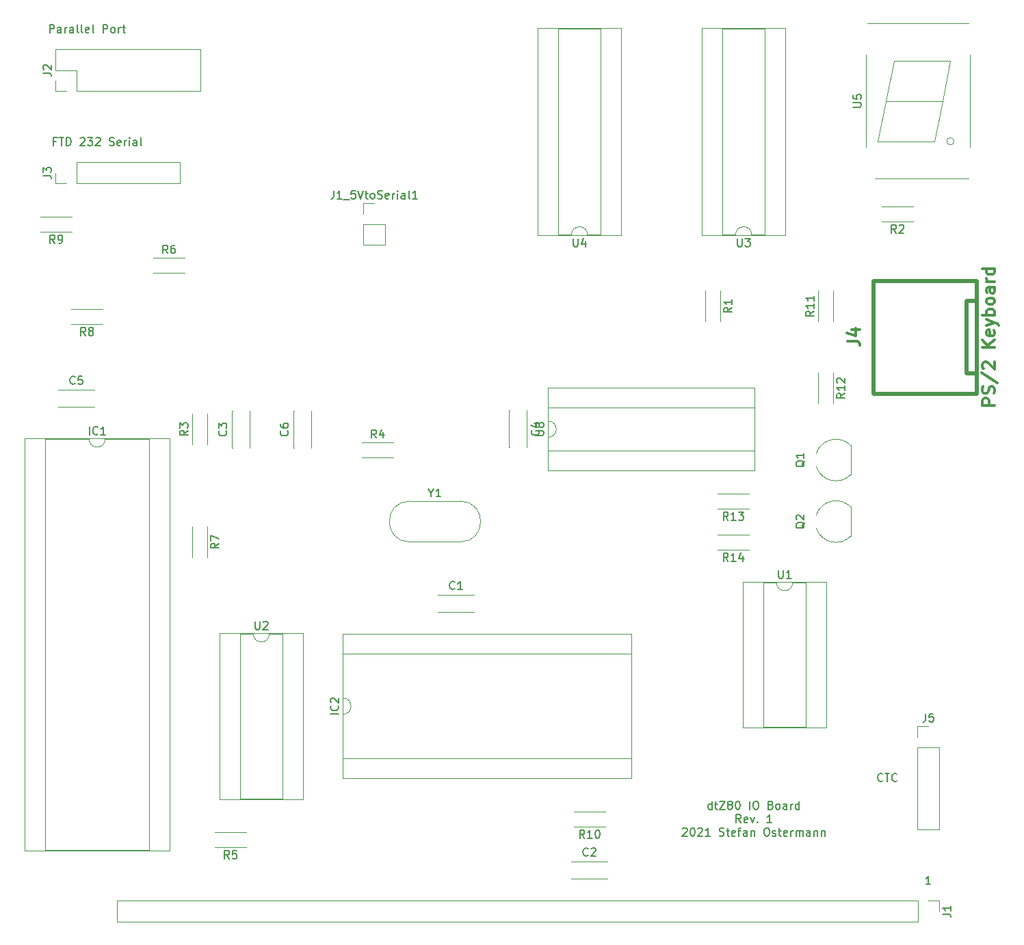
<source format=gbr>
%TF.GenerationSoftware,KiCad,Pcbnew,5.1.9-73d0e3b20d~88~ubuntu20.04.1*%
%TF.CreationDate,2021-02-07T22:21:29+01:00*%
%TF.ProjectId,simple-output,73696d70-6c65-42d6-9f75-747075742e6b,rev?*%
%TF.SameCoordinates,Original*%
%TF.FileFunction,Legend,Top*%
%TF.FilePolarity,Positive*%
%FSLAX46Y46*%
G04 Gerber Fmt 4.6, Leading zero omitted, Abs format (unit mm)*
G04 Created by KiCad (PCBNEW 5.1.9-73d0e3b20d~88~ubuntu20.04.1) date 2021-02-07 22:21:29*
%MOMM*%
%LPD*%
G01*
G04 APERTURE LIST*
%ADD10C,0.150000*%
%ADD11C,0.120000*%
%ADD12C,0.500380*%
%ADD13C,0.304800*%
G04 APERTURE END LIST*
D10*
X135779523Y-180412380D02*
X135779523Y-179412380D01*
X135779523Y-180364761D02*
X135684285Y-180412380D01*
X135493809Y-180412380D01*
X135398571Y-180364761D01*
X135350952Y-180317142D01*
X135303333Y-180221904D01*
X135303333Y-179936190D01*
X135350952Y-179840952D01*
X135398571Y-179793333D01*
X135493809Y-179745714D01*
X135684285Y-179745714D01*
X135779523Y-179793333D01*
X136112857Y-179745714D02*
X136493809Y-179745714D01*
X136255714Y-179412380D02*
X136255714Y-180269523D01*
X136303333Y-180364761D01*
X136398571Y-180412380D01*
X136493809Y-180412380D01*
X136731904Y-179412380D02*
X137398571Y-179412380D01*
X136731904Y-180412380D01*
X137398571Y-180412380D01*
X137922380Y-179840952D02*
X137827142Y-179793333D01*
X137779523Y-179745714D01*
X137731904Y-179650476D01*
X137731904Y-179602857D01*
X137779523Y-179507619D01*
X137827142Y-179460000D01*
X137922380Y-179412380D01*
X138112857Y-179412380D01*
X138208095Y-179460000D01*
X138255714Y-179507619D01*
X138303333Y-179602857D01*
X138303333Y-179650476D01*
X138255714Y-179745714D01*
X138208095Y-179793333D01*
X138112857Y-179840952D01*
X137922380Y-179840952D01*
X137827142Y-179888571D01*
X137779523Y-179936190D01*
X137731904Y-180031428D01*
X137731904Y-180221904D01*
X137779523Y-180317142D01*
X137827142Y-180364761D01*
X137922380Y-180412380D01*
X138112857Y-180412380D01*
X138208095Y-180364761D01*
X138255714Y-180317142D01*
X138303333Y-180221904D01*
X138303333Y-180031428D01*
X138255714Y-179936190D01*
X138208095Y-179888571D01*
X138112857Y-179840952D01*
X138922380Y-179412380D02*
X139017619Y-179412380D01*
X139112857Y-179460000D01*
X139160476Y-179507619D01*
X139208095Y-179602857D01*
X139255714Y-179793333D01*
X139255714Y-180031428D01*
X139208095Y-180221904D01*
X139160476Y-180317142D01*
X139112857Y-180364761D01*
X139017619Y-180412380D01*
X138922380Y-180412380D01*
X138827142Y-180364761D01*
X138779523Y-180317142D01*
X138731904Y-180221904D01*
X138684285Y-180031428D01*
X138684285Y-179793333D01*
X138731904Y-179602857D01*
X138779523Y-179507619D01*
X138827142Y-179460000D01*
X138922380Y-179412380D01*
X140446190Y-180412380D02*
X140446190Y-179412380D01*
X141112857Y-179412380D02*
X141303333Y-179412380D01*
X141398571Y-179460000D01*
X141493809Y-179555238D01*
X141541428Y-179745714D01*
X141541428Y-180079047D01*
X141493809Y-180269523D01*
X141398571Y-180364761D01*
X141303333Y-180412380D01*
X141112857Y-180412380D01*
X141017619Y-180364761D01*
X140922380Y-180269523D01*
X140874761Y-180079047D01*
X140874761Y-179745714D01*
X140922380Y-179555238D01*
X141017619Y-179460000D01*
X141112857Y-179412380D01*
X143065238Y-179888571D02*
X143208095Y-179936190D01*
X143255714Y-179983809D01*
X143303333Y-180079047D01*
X143303333Y-180221904D01*
X143255714Y-180317142D01*
X143208095Y-180364761D01*
X143112857Y-180412380D01*
X142731904Y-180412380D01*
X142731904Y-179412380D01*
X143065238Y-179412380D01*
X143160476Y-179460000D01*
X143208095Y-179507619D01*
X143255714Y-179602857D01*
X143255714Y-179698095D01*
X143208095Y-179793333D01*
X143160476Y-179840952D01*
X143065238Y-179888571D01*
X142731904Y-179888571D01*
X143874761Y-180412380D02*
X143779523Y-180364761D01*
X143731904Y-180317142D01*
X143684285Y-180221904D01*
X143684285Y-179936190D01*
X143731904Y-179840952D01*
X143779523Y-179793333D01*
X143874761Y-179745714D01*
X144017619Y-179745714D01*
X144112857Y-179793333D01*
X144160476Y-179840952D01*
X144208095Y-179936190D01*
X144208095Y-180221904D01*
X144160476Y-180317142D01*
X144112857Y-180364761D01*
X144017619Y-180412380D01*
X143874761Y-180412380D01*
X145065238Y-180412380D02*
X145065238Y-179888571D01*
X145017619Y-179793333D01*
X144922380Y-179745714D01*
X144731904Y-179745714D01*
X144636666Y-179793333D01*
X145065238Y-180364761D02*
X144970000Y-180412380D01*
X144731904Y-180412380D01*
X144636666Y-180364761D01*
X144589047Y-180269523D01*
X144589047Y-180174285D01*
X144636666Y-180079047D01*
X144731904Y-180031428D01*
X144970000Y-180031428D01*
X145065238Y-179983809D01*
X145541428Y-180412380D02*
X145541428Y-179745714D01*
X145541428Y-179936190D02*
X145589047Y-179840952D01*
X145636666Y-179793333D01*
X145731904Y-179745714D01*
X145827142Y-179745714D01*
X146589047Y-180412380D02*
X146589047Y-179412380D01*
X146589047Y-180364761D02*
X146493809Y-180412380D01*
X146303333Y-180412380D01*
X146208095Y-180364761D01*
X146160476Y-180317142D01*
X146112857Y-180221904D01*
X146112857Y-179936190D01*
X146160476Y-179840952D01*
X146208095Y-179793333D01*
X146303333Y-179745714D01*
X146493809Y-179745714D01*
X146589047Y-179793333D01*
X139374761Y-182062380D02*
X139041428Y-181586190D01*
X138803333Y-182062380D02*
X138803333Y-181062380D01*
X139184285Y-181062380D01*
X139279523Y-181110000D01*
X139327142Y-181157619D01*
X139374761Y-181252857D01*
X139374761Y-181395714D01*
X139327142Y-181490952D01*
X139279523Y-181538571D01*
X139184285Y-181586190D01*
X138803333Y-181586190D01*
X140184285Y-182014761D02*
X140089047Y-182062380D01*
X139898571Y-182062380D01*
X139803333Y-182014761D01*
X139755714Y-181919523D01*
X139755714Y-181538571D01*
X139803333Y-181443333D01*
X139898571Y-181395714D01*
X140089047Y-181395714D01*
X140184285Y-181443333D01*
X140231904Y-181538571D01*
X140231904Y-181633809D01*
X139755714Y-181729047D01*
X140565238Y-181395714D02*
X140803333Y-182062380D01*
X141041428Y-181395714D01*
X141422380Y-181967142D02*
X141470000Y-182014761D01*
X141422380Y-182062380D01*
X141374761Y-182014761D01*
X141422380Y-181967142D01*
X141422380Y-182062380D01*
X143184285Y-182062380D02*
X142612857Y-182062380D01*
X142898571Y-182062380D02*
X142898571Y-181062380D01*
X142803333Y-181205238D01*
X142708095Y-181300476D01*
X142612857Y-181348095D01*
X132136666Y-182807619D02*
X132184285Y-182760000D01*
X132279523Y-182712380D01*
X132517619Y-182712380D01*
X132612857Y-182760000D01*
X132660476Y-182807619D01*
X132708095Y-182902857D01*
X132708095Y-182998095D01*
X132660476Y-183140952D01*
X132089047Y-183712380D01*
X132708095Y-183712380D01*
X133327142Y-182712380D02*
X133422380Y-182712380D01*
X133517619Y-182760000D01*
X133565238Y-182807619D01*
X133612857Y-182902857D01*
X133660476Y-183093333D01*
X133660476Y-183331428D01*
X133612857Y-183521904D01*
X133565238Y-183617142D01*
X133517619Y-183664761D01*
X133422380Y-183712380D01*
X133327142Y-183712380D01*
X133231904Y-183664761D01*
X133184285Y-183617142D01*
X133136666Y-183521904D01*
X133089047Y-183331428D01*
X133089047Y-183093333D01*
X133136666Y-182902857D01*
X133184285Y-182807619D01*
X133231904Y-182760000D01*
X133327142Y-182712380D01*
X134041428Y-182807619D02*
X134089047Y-182760000D01*
X134184285Y-182712380D01*
X134422380Y-182712380D01*
X134517619Y-182760000D01*
X134565238Y-182807619D01*
X134612857Y-182902857D01*
X134612857Y-182998095D01*
X134565238Y-183140952D01*
X133993809Y-183712380D01*
X134612857Y-183712380D01*
X135565238Y-183712380D02*
X134993809Y-183712380D01*
X135279523Y-183712380D02*
X135279523Y-182712380D01*
X135184285Y-182855238D01*
X135089047Y-182950476D01*
X134993809Y-182998095D01*
X136708095Y-183664761D02*
X136850952Y-183712380D01*
X137089047Y-183712380D01*
X137184285Y-183664761D01*
X137231904Y-183617142D01*
X137279523Y-183521904D01*
X137279523Y-183426666D01*
X137231904Y-183331428D01*
X137184285Y-183283809D01*
X137089047Y-183236190D01*
X136898571Y-183188571D01*
X136803333Y-183140952D01*
X136755714Y-183093333D01*
X136708095Y-182998095D01*
X136708095Y-182902857D01*
X136755714Y-182807619D01*
X136803333Y-182760000D01*
X136898571Y-182712380D01*
X137136666Y-182712380D01*
X137279523Y-182760000D01*
X137565238Y-183045714D02*
X137946190Y-183045714D01*
X137708095Y-182712380D02*
X137708095Y-183569523D01*
X137755714Y-183664761D01*
X137850952Y-183712380D01*
X137946190Y-183712380D01*
X138660476Y-183664761D02*
X138565238Y-183712380D01*
X138374761Y-183712380D01*
X138279523Y-183664761D01*
X138231904Y-183569523D01*
X138231904Y-183188571D01*
X138279523Y-183093333D01*
X138374761Y-183045714D01*
X138565238Y-183045714D01*
X138660476Y-183093333D01*
X138708095Y-183188571D01*
X138708095Y-183283809D01*
X138231904Y-183379047D01*
X138993809Y-183045714D02*
X139374761Y-183045714D01*
X139136666Y-183712380D02*
X139136666Y-182855238D01*
X139184285Y-182760000D01*
X139279523Y-182712380D01*
X139374761Y-182712380D01*
X140136666Y-183712380D02*
X140136666Y-183188571D01*
X140089047Y-183093333D01*
X139993809Y-183045714D01*
X139803333Y-183045714D01*
X139708095Y-183093333D01*
X140136666Y-183664761D02*
X140041428Y-183712380D01*
X139803333Y-183712380D01*
X139708095Y-183664761D01*
X139660476Y-183569523D01*
X139660476Y-183474285D01*
X139708095Y-183379047D01*
X139803333Y-183331428D01*
X140041428Y-183331428D01*
X140136666Y-183283809D01*
X140612857Y-183045714D02*
X140612857Y-183712380D01*
X140612857Y-183140952D02*
X140660476Y-183093333D01*
X140755714Y-183045714D01*
X140898571Y-183045714D01*
X140993809Y-183093333D01*
X141041428Y-183188571D01*
X141041428Y-183712380D01*
X142470000Y-182712380D02*
X142660476Y-182712380D01*
X142755714Y-182760000D01*
X142850952Y-182855238D01*
X142898571Y-183045714D01*
X142898571Y-183379047D01*
X142850952Y-183569523D01*
X142755714Y-183664761D01*
X142660476Y-183712380D01*
X142470000Y-183712380D01*
X142374761Y-183664761D01*
X142279523Y-183569523D01*
X142231904Y-183379047D01*
X142231904Y-183045714D01*
X142279523Y-182855238D01*
X142374761Y-182760000D01*
X142470000Y-182712380D01*
X143279523Y-183664761D02*
X143374761Y-183712380D01*
X143565238Y-183712380D01*
X143660476Y-183664761D01*
X143708095Y-183569523D01*
X143708095Y-183521904D01*
X143660476Y-183426666D01*
X143565238Y-183379047D01*
X143422380Y-183379047D01*
X143327142Y-183331428D01*
X143279523Y-183236190D01*
X143279523Y-183188571D01*
X143327142Y-183093333D01*
X143422380Y-183045714D01*
X143565238Y-183045714D01*
X143660476Y-183093333D01*
X143993809Y-183045714D02*
X144374761Y-183045714D01*
X144136666Y-182712380D02*
X144136666Y-183569523D01*
X144184285Y-183664761D01*
X144279523Y-183712380D01*
X144374761Y-183712380D01*
X145089047Y-183664761D02*
X144993809Y-183712380D01*
X144803333Y-183712380D01*
X144708095Y-183664761D01*
X144660476Y-183569523D01*
X144660476Y-183188571D01*
X144708095Y-183093333D01*
X144803333Y-183045714D01*
X144993809Y-183045714D01*
X145089047Y-183093333D01*
X145136666Y-183188571D01*
X145136666Y-183283809D01*
X144660476Y-183379047D01*
X145565238Y-183712380D02*
X145565238Y-183045714D01*
X145565238Y-183236190D02*
X145612857Y-183140952D01*
X145660476Y-183093333D01*
X145755714Y-183045714D01*
X145850952Y-183045714D01*
X146184285Y-183712380D02*
X146184285Y-183045714D01*
X146184285Y-183140952D02*
X146231904Y-183093333D01*
X146327142Y-183045714D01*
X146470000Y-183045714D01*
X146565238Y-183093333D01*
X146612857Y-183188571D01*
X146612857Y-183712380D01*
X146612857Y-183188571D02*
X146660476Y-183093333D01*
X146755714Y-183045714D01*
X146898571Y-183045714D01*
X146993809Y-183093333D01*
X147041428Y-183188571D01*
X147041428Y-183712380D01*
X147946190Y-183712380D02*
X147946190Y-183188571D01*
X147898571Y-183093333D01*
X147803333Y-183045714D01*
X147612857Y-183045714D01*
X147517619Y-183093333D01*
X147946190Y-183664761D02*
X147850952Y-183712380D01*
X147612857Y-183712380D01*
X147517619Y-183664761D01*
X147470000Y-183569523D01*
X147470000Y-183474285D01*
X147517619Y-183379047D01*
X147612857Y-183331428D01*
X147850952Y-183331428D01*
X147946190Y-183283809D01*
X148422380Y-183045714D02*
X148422380Y-183712380D01*
X148422380Y-183140952D02*
X148470000Y-183093333D01*
X148565238Y-183045714D01*
X148708095Y-183045714D01*
X148803333Y-183093333D01*
X148850952Y-183188571D01*
X148850952Y-183712380D01*
X149327142Y-183045714D02*
X149327142Y-183712380D01*
X149327142Y-183140952D02*
X149374761Y-183093333D01*
X149470000Y-183045714D01*
X149612857Y-183045714D01*
X149708095Y-183093333D01*
X149755714Y-183188571D01*
X149755714Y-183712380D01*
X162845714Y-189682380D02*
X162274285Y-189682380D01*
X162560000Y-189682380D02*
X162560000Y-188682380D01*
X162464761Y-188825238D01*
X162369523Y-188920476D01*
X162274285Y-188968095D01*
X156908571Y-176887142D02*
X156860952Y-176934761D01*
X156718095Y-176982380D01*
X156622857Y-176982380D01*
X156480000Y-176934761D01*
X156384761Y-176839523D01*
X156337142Y-176744285D01*
X156289523Y-176553809D01*
X156289523Y-176410952D01*
X156337142Y-176220476D01*
X156384761Y-176125238D01*
X156480000Y-176030000D01*
X156622857Y-175982380D01*
X156718095Y-175982380D01*
X156860952Y-176030000D01*
X156908571Y-176077619D01*
X157194285Y-175982380D02*
X157765714Y-175982380D01*
X157480000Y-176982380D02*
X157480000Y-175982380D01*
X158670476Y-176887142D02*
X158622857Y-176934761D01*
X158480000Y-176982380D01*
X158384761Y-176982380D01*
X158241904Y-176934761D01*
X158146666Y-176839523D01*
X158099047Y-176744285D01*
X158051428Y-176553809D01*
X158051428Y-176410952D01*
X158099047Y-176220476D01*
X158146666Y-176125238D01*
X158241904Y-176030000D01*
X158384761Y-175982380D01*
X158480000Y-175982380D01*
X158622857Y-176030000D01*
X158670476Y-176077619D01*
X53800952Y-84272380D02*
X53800952Y-83272380D01*
X54181904Y-83272380D01*
X54277142Y-83320000D01*
X54324761Y-83367619D01*
X54372380Y-83462857D01*
X54372380Y-83605714D01*
X54324761Y-83700952D01*
X54277142Y-83748571D01*
X54181904Y-83796190D01*
X53800952Y-83796190D01*
X55229523Y-84272380D02*
X55229523Y-83748571D01*
X55181904Y-83653333D01*
X55086666Y-83605714D01*
X54896190Y-83605714D01*
X54800952Y-83653333D01*
X55229523Y-84224761D02*
X55134285Y-84272380D01*
X54896190Y-84272380D01*
X54800952Y-84224761D01*
X54753333Y-84129523D01*
X54753333Y-84034285D01*
X54800952Y-83939047D01*
X54896190Y-83891428D01*
X55134285Y-83891428D01*
X55229523Y-83843809D01*
X55705714Y-84272380D02*
X55705714Y-83605714D01*
X55705714Y-83796190D02*
X55753333Y-83700952D01*
X55800952Y-83653333D01*
X55896190Y-83605714D01*
X55991428Y-83605714D01*
X56753333Y-84272380D02*
X56753333Y-83748571D01*
X56705714Y-83653333D01*
X56610476Y-83605714D01*
X56420000Y-83605714D01*
X56324761Y-83653333D01*
X56753333Y-84224761D02*
X56658095Y-84272380D01*
X56420000Y-84272380D01*
X56324761Y-84224761D01*
X56277142Y-84129523D01*
X56277142Y-84034285D01*
X56324761Y-83939047D01*
X56420000Y-83891428D01*
X56658095Y-83891428D01*
X56753333Y-83843809D01*
X57372380Y-84272380D02*
X57277142Y-84224761D01*
X57229523Y-84129523D01*
X57229523Y-83272380D01*
X57896190Y-84272380D02*
X57800952Y-84224761D01*
X57753333Y-84129523D01*
X57753333Y-83272380D01*
X58658095Y-84224761D02*
X58562857Y-84272380D01*
X58372380Y-84272380D01*
X58277142Y-84224761D01*
X58229523Y-84129523D01*
X58229523Y-83748571D01*
X58277142Y-83653333D01*
X58372380Y-83605714D01*
X58562857Y-83605714D01*
X58658095Y-83653333D01*
X58705714Y-83748571D01*
X58705714Y-83843809D01*
X58229523Y-83939047D01*
X59277142Y-84272380D02*
X59181904Y-84224761D01*
X59134285Y-84129523D01*
X59134285Y-83272380D01*
X60420000Y-84272380D02*
X60420000Y-83272380D01*
X60800952Y-83272380D01*
X60896190Y-83320000D01*
X60943809Y-83367619D01*
X60991428Y-83462857D01*
X60991428Y-83605714D01*
X60943809Y-83700952D01*
X60896190Y-83748571D01*
X60800952Y-83796190D01*
X60420000Y-83796190D01*
X61562857Y-84272380D02*
X61467619Y-84224761D01*
X61420000Y-84177142D01*
X61372380Y-84081904D01*
X61372380Y-83796190D01*
X61420000Y-83700952D01*
X61467619Y-83653333D01*
X61562857Y-83605714D01*
X61705714Y-83605714D01*
X61800952Y-83653333D01*
X61848571Y-83700952D01*
X61896190Y-83796190D01*
X61896190Y-84081904D01*
X61848571Y-84177142D01*
X61800952Y-84224761D01*
X61705714Y-84272380D01*
X61562857Y-84272380D01*
X62324761Y-84272380D02*
X62324761Y-83605714D01*
X62324761Y-83796190D02*
X62372380Y-83700952D01*
X62420000Y-83653333D01*
X62515238Y-83605714D01*
X62610476Y-83605714D01*
X62800952Y-83605714D02*
X63181904Y-83605714D01*
X62943809Y-83272380D02*
X62943809Y-84129523D01*
X62991428Y-84224761D01*
X63086666Y-84272380D01*
X63181904Y-84272380D01*
X54594761Y-97718571D02*
X54261428Y-97718571D01*
X54261428Y-98242380D02*
X54261428Y-97242380D01*
X54737619Y-97242380D01*
X54975714Y-97242380D02*
X55547142Y-97242380D01*
X55261428Y-98242380D02*
X55261428Y-97242380D01*
X55880476Y-98242380D02*
X55880476Y-97242380D01*
X56118571Y-97242380D01*
X56261428Y-97290000D01*
X56356666Y-97385238D01*
X56404285Y-97480476D01*
X56451904Y-97670952D01*
X56451904Y-97813809D01*
X56404285Y-98004285D01*
X56356666Y-98099523D01*
X56261428Y-98194761D01*
X56118571Y-98242380D01*
X55880476Y-98242380D01*
X57594761Y-97337619D02*
X57642380Y-97290000D01*
X57737619Y-97242380D01*
X57975714Y-97242380D01*
X58070952Y-97290000D01*
X58118571Y-97337619D01*
X58166190Y-97432857D01*
X58166190Y-97528095D01*
X58118571Y-97670952D01*
X57547142Y-98242380D01*
X58166190Y-98242380D01*
X58499523Y-97242380D02*
X59118571Y-97242380D01*
X58785238Y-97623333D01*
X58928095Y-97623333D01*
X59023333Y-97670952D01*
X59070952Y-97718571D01*
X59118571Y-97813809D01*
X59118571Y-98051904D01*
X59070952Y-98147142D01*
X59023333Y-98194761D01*
X58928095Y-98242380D01*
X58642380Y-98242380D01*
X58547142Y-98194761D01*
X58499523Y-98147142D01*
X59499523Y-97337619D02*
X59547142Y-97290000D01*
X59642380Y-97242380D01*
X59880476Y-97242380D01*
X59975714Y-97290000D01*
X60023333Y-97337619D01*
X60070952Y-97432857D01*
X60070952Y-97528095D01*
X60023333Y-97670952D01*
X59451904Y-98242380D01*
X60070952Y-98242380D01*
X61213809Y-98194761D02*
X61356666Y-98242380D01*
X61594761Y-98242380D01*
X61690000Y-98194761D01*
X61737619Y-98147142D01*
X61785238Y-98051904D01*
X61785238Y-97956666D01*
X61737619Y-97861428D01*
X61690000Y-97813809D01*
X61594761Y-97766190D01*
X61404285Y-97718571D01*
X61309047Y-97670952D01*
X61261428Y-97623333D01*
X61213809Y-97528095D01*
X61213809Y-97432857D01*
X61261428Y-97337619D01*
X61309047Y-97290000D01*
X61404285Y-97242380D01*
X61642380Y-97242380D01*
X61785238Y-97290000D01*
X62594761Y-98194761D02*
X62499523Y-98242380D01*
X62309047Y-98242380D01*
X62213809Y-98194761D01*
X62166190Y-98099523D01*
X62166190Y-97718571D01*
X62213809Y-97623333D01*
X62309047Y-97575714D01*
X62499523Y-97575714D01*
X62594761Y-97623333D01*
X62642380Y-97718571D01*
X62642380Y-97813809D01*
X62166190Y-97909047D01*
X63070952Y-98242380D02*
X63070952Y-97575714D01*
X63070952Y-97766190D02*
X63118571Y-97670952D01*
X63166190Y-97623333D01*
X63261428Y-97575714D01*
X63356666Y-97575714D01*
X63690000Y-98242380D02*
X63690000Y-97575714D01*
X63690000Y-97242380D02*
X63642380Y-97290000D01*
X63690000Y-97337619D01*
X63737619Y-97290000D01*
X63690000Y-97242380D01*
X63690000Y-97337619D01*
X64594761Y-98242380D02*
X64594761Y-97718571D01*
X64547142Y-97623333D01*
X64451904Y-97575714D01*
X64261428Y-97575714D01*
X64166190Y-97623333D01*
X64594761Y-98194761D02*
X64499523Y-98242380D01*
X64261428Y-98242380D01*
X64166190Y-98194761D01*
X64118571Y-98099523D01*
X64118571Y-98004285D01*
X64166190Y-97909047D01*
X64261428Y-97861428D01*
X64499523Y-97861428D01*
X64594761Y-97813809D01*
X65213809Y-98242380D02*
X65118571Y-98194761D01*
X65070952Y-98099523D01*
X65070952Y-97242380D01*
D11*
%TO.C,J5*%
X161230000Y-182940000D02*
X163890000Y-182940000D01*
X161230000Y-172720000D02*
X161230000Y-182940000D01*
X163890000Y-172720000D02*
X163890000Y-182940000D01*
X161230000Y-172720000D02*
X163890000Y-172720000D01*
X161230000Y-171450000D02*
X161230000Y-170120000D01*
X161230000Y-170120000D02*
X162560000Y-170120000D01*
%TO.C,R14*%
X140350000Y-146400000D02*
X136510000Y-146400000D01*
X140350000Y-148240000D02*
X136510000Y-148240000D01*
%TO.C,R13*%
X140350000Y-141320000D02*
X136510000Y-141320000D01*
X140350000Y-143160000D02*
X136510000Y-143160000D01*
%TO.C,IC1*%
X68640000Y-134500000D02*
X50740000Y-134500000D01*
X68640000Y-185540000D02*
X68640000Y-134500000D01*
X50740000Y-185540000D02*
X68640000Y-185540000D01*
X50740000Y-134500000D02*
X50740000Y-185540000D01*
X66150000Y-134560000D02*
X60690000Y-134560000D01*
X66150000Y-185480000D02*
X66150000Y-134560000D01*
X53230000Y-185480000D02*
X66150000Y-185480000D01*
X53230000Y-134560000D02*
X53230000Y-185480000D01*
X58690000Y-134560000D02*
X53230000Y-134560000D01*
X60690000Y-134560000D02*
G75*
G02*
X58690000Y-134560000I-1000000J0D01*
G01*
%TO.C,Y1*%
X98375000Y-142255000D02*
X104625000Y-142255000D01*
X98375000Y-147305000D02*
X104625000Y-147305000D01*
X104625000Y-147305000D02*
G75*
G03*
X104625000Y-142255000I0J2525000D01*
G01*
X98375000Y-147305000D02*
G75*
G02*
X98375000Y-142255000I0J2525000D01*
G01*
D12*
%TO.C,J4*%
X168569640Y-114998500D02*
X168569640Y-121998740D01*
X155740100Y-114998500D02*
X168569640Y-114998500D01*
X155740100Y-128998980D02*
X155740100Y-114998500D01*
X168569640Y-128998980D02*
X155740100Y-128998980D01*
X168569640Y-121998740D02*
X168569640Y-128998980D01*
X167289480Y-126420880D02*
X168569640Y-126420880D01*
X167289480Y-117419120D02*
X167289480Y-126420880D01*
X167289480Y-117419120D02*
X168559480Y-117419120D01*
D11*
%TO.C,Q2*%
X152980000Y-146580000D02*
X152980000Y-142980000D01*
X152957684Y-142971555D02*
G75*
G03*
X148680000Y-144000000I-1827684J-1808445D01*
G01*
X152971741Y-146591875D02*
G75*
G02*
X148680000Y-145600000I-1841741J1811875D01*
G01*
%TO.C,Q1*%
X152980000Y-138960000D02*
X152980000Y-135360000D01*
X152957684Y-135351555D02*
G75*
G03*
X148680000Y-136380000I-1827684J-1808445D01*
G01*
X152971741Y-138971875D02*
G75*
G02*
X148680000Y-137980000I-1841741J1811875D01*
G01*
%TO.C,R12*%
X148940000Y-126350000D02*
X148940000Y-130190000D01*
X150780000Y-126350000D02*
X150780000Y-130190000D01*
%TO.C,R11*%
X150780000Y-120030000D02*
X150780000Y-116190000D01*
X148940000Y-120030000D02*
X148940000Y-116190000D01*
%TO.C,R7*%
X73310000Y-145400000D02*
X73310000Y-149240000D01*
X71470000Y-145400000D02*
X71470000Y-149240000D01*
%TO.C,C5*%
X54840000Y-128470000D02*
X59380000Y-128470000D01*
X54840000Y-130610000D02*
X59380000Y-130610000D01*
X54840000Y-128470000D02*
X54840000Y-128485000D01*
X54840000Y-130595000D02*
X54840000Y-130610000D01*
X59380000Y-128470000D02*
X59380000Y-128485000D01*
X59380000Y-130595000D02*
X59380000Y-130610000D01*
%TO.C,C4*%
X112830000Y-131040000D02*
X112830000Y-135580000D01*
X110690000Y-131040000D02*
X110690000Y-135580000D01*
X112830000Y-131040000D02*
X112815000Y-131040000D01*
X110705000Y-131040000D02*
X110690000Y-131040000D01*
X112830000Y-135580000D02*
X112815000Y-135580000D01*
X110705000Y-135580000D02*
X110690000Y-135580000D01*
%TO.C,C1*%
X101830000Y-153870000D02*
X106370000Y-153870000D01*
X101830000Y-156010000D02*
X106370000Y-156010000D01*
X101830000Y-153870000D02*
X101830000Y-153885000D01*
X101830000Y-155995000D02*
X101830000Y-156010000D01*
X106370000Y-153870000D02*
X106370000Y-153885000D01*
X106370000Y-155995000D02*
X106370000Y-156010000D01*
%TO.C,U8*%
X115450000Y-128210000D02*
X115450000Y-138490000D01*
X141090000Y-128210000D02*
X115450000Y-128210000D01*
X141090000Y-138490000D02*
X141090000Y-128210000D01*
X115450000Y-138490000D02*
X141090000Y-138490000D01*
X115510000Y-130700000D02*
X115510000Y-132350000D01*
X141030000Y-130700000D02*
X115510000Y-130700000D01*
X141030000Y-136000000D02*
X141030000Y-130700000D01*
X115510000Y-136000000D02*
X141030000Y-136000000D01*
X115510000Y-134350000D02*
X115510000Y-136000000D01*
X115510000Y-132350000D02*
G75*
G02*
X115510000Y-134350000I0J-1000000D01*
G01*
%TO.C,J1*%
X62170000Y-191710000D02*
X62170000Y-194370000D01*
X161290000Y-191710000D02*
X62170000Y-191710000D01*
X161290000Y-194370000D02*
X62170000Y-194370000D01*
X161290000Y-191710000D02*
X161290000Y-194370000D01*
X162560000Y-191710000D02*
X163890000Y-191710000D01*
X163890000Y-191710000D02*
X163890000Y-193040000D01*
%TO.C,R5*%
X78120000Y-185070000D02*
X74280000Y-185070000D01*
X78120000Y-183230000D02*
X74280000Y-183230000D01*
%TO.C,R10*%
X122570000Y-182530000D02*
X118730000Y-182530000D01*
X122570000Y-180690000D02*
X118730000Y-180690000D01*
%TO.C,R2*%
X160670000Y-107600000D02*
X156830000Y-107600000D01*
X160670000Y-105760000D02*
X156830000Y-105760000D01*
%TO.C,IC2*%
X90050000Y-158690000D02*
X90050000Y-176590000D01*
X125850000Y-158690000D02*
X90050000Y-158690000D01*
X125850000Y-176590000D02*
X125850000Y-158690000D01*
X90050000Y-176590000D02*
X125850000Y-176590000D01*
X90110000Y-161180000D02*
X90110000Y-166640000D01*
X125790000Y-161180000D02*
X90110000Y-161180000D01*
X125790000Y-174100000D02*
X125790000Y-161180000D01*
X90110000Y-174100000D02*
X125790000Y-174100000D01*
X90110000Y-168640000D02*
X90110000Y-174100000D01*
X90110000Y-166640000D02*
G75*
G02*
X90110000Y-168640000I0J-1000000D01*
G01*
%TO.C,J1_5VtoSerial1*%
X92650000Y-105350000D02*
X93980000Y-105350000D01*
X92650000Y-106680000D02*
X92650000Y-105350000D01*
X92650000Y-107950000D02*
X95310000Y-107950000D01*
X95310000Y-107950000D02*
X95310000Y-110550000D01*
X92650000Y-107950000D02*
X92650000Y-110550000D01*
X92650000Y-110550000D02*
X95310000Y-110550000D01*
%TO.C,J3*%
X69910000Y-102930000D02*
X69910000Y-100270000D01*
X57150000Y-102930000D02*
X69910000Y-102930000D01*
X57150000Y-100270000D02*
X69910000Y-100270000D01*
X57150000Y-102930000D02*
X57150000Y-100270000D01*
X55880000Y-102930000D02*
X54550000Y-102930000D01*
X54550000Y-102930000D02*
X54550000Y-101600000D01*
%TO.C,J2*%
X72450000Y-91500000D02*
X72450000Y-86300000D01*
X57150000Y-91500000D02*
X72450000Y-91500000D01*
X54550000Y-86300000D02*
X72450000Y-86300000D01*
X57150000Y-91500000D02*
X57150000Y-88900000D01*
X57150000Y-88900000D02*
X54550000Y-88900000D01*
X54550000Y-88900000D02*
X54550000Y-86300000D01*
X55880000Y-91500000D02*
X54550000Y-91500000D01*
X54550000Y-91500000D02*
X54550000Y-90170000D01*
%TO.C,U1*%
X143780000Y-152340000D02*
X142130000Y-152340000D01*
X142130000Y-152340000D02*
X142130000Y-170240000D01*
X142130000Y-170240000D02*
X147430000Y-170240000D01*
X147430000Y-170240000D02*
X147430000Y-152340000D01*
X147430000Y-152340000D02*
X145780000Y-152340000D01*
X139640000Y-152280000D02*
X139640000Y-170300000D01*
X139640000Y-170300000D02*
X149920000Y-170300000D01*
X149920000Y-170300000D02*
X149920000Y-152280000D01*
X149920000Y-152280000D02*
X139640000Y-152280000D01*
X145780000Y-152340000D02*
G75*
G02*
X143780000Y-152340000I-1000000J0D01*
G01*
%TO.C,U5*%
X154880000Y-98425000D02*
X154880000Y-86995000D01*
X167700000Y-98425000D02*
X167700000Y-86995000D01*
X155990000Y-102345000D02*
X167590000Y-102345000D01*
X167590000Y-83075000D02*
X154990000Y-83075000D01*
X158290000Y-87710000D02*
X157290000Y-92710000D01*
X157290000Y-92710000D02*
X156290000Y-97710000D01*
X156290000Y-97710000D02*
X163290000Y-97710000D01*
X163290000Y-97710000D02*
X164290000Y-92710000D01*
X165290000Y-87710000D02*
X164290000Y-92710000D01*
X164290000Y-92710000D02*
X157290000Y-92710000D01*
X158290000Y-87710000D02*
X165290000Y-87710000D01*
X165737214Y-97710000D02*
G75*
G03*
X165737214Y-97710000I-447214J0D01*
G01*
%TO.C,U4*%
X114240000Y-109340000D02*
X124520000Y-109340000D01*
X114240000Y-83700000D02*
X114240000Y-109340000D01*
X124520000Y-83700000D02*
X114240000Y-83700000D01*
X124520000Y-109340000D02*
X124520000Y-83700000D01*
X116730000Y-109280000D02*
X118380000Y-109280000D01*
X116730000Y-83760000D02*
X116730000Y-109280000D01*
X122030000Y-83760000D02*
X116730000Y-83760000D01*
X122030000Y-109280000D02*
X122030000Y-83760000D01*
X120380000Y-109280000D02*
X122030000Y-109280000D01*
X118380000Y-109280000D02*
G75*
G02*
X120380000Y-109280000I1000000J0D01*
G01*
%TO.C,U3*%
X134560000Y-109340000D02*
X144840000Y-109340000D01*
X134560000Y-83700000D02*
X134560000Y-109340000D01*
X144840000Y-83700000D02*
X134560000Y-83700000D01*
X144840000Y-109340000D02*
X144840000Y-83700000D01*
X137050000Y-109280000D02*
X138700000Y-109280000D01*
X137050000Y-83760000D02*
X137050000Y-109280000D01*
X142350000Y-83760000D02*
X137050000Y-83760000D01*
X142350000Y-109280000D02*
X142350000Y-83760000D01*
X140700000Y-109280000D02*
X142350000Y-109280000D01*
X138700000Y-109280000D02*
G75*
G02*
X140700000Y-109280000I1000000J0D01*
G01*
%TO.C,U2*%
X79010000Y-158690000D02*
X77360000Y-158690000D01*
X77360000Y-158690000D02*
X77360000Y-179130000D01*
X77360000Y-179130000D02*
X82660000Y-179130000D01*
X82660000Y-179130000D02*
X82660000Y-158690000D01*
X82660000Y-158690000D02*
X81010000Y-158690000D01*
X74870000Y-158630000D02*
X74870000Y-179190000D01*
X74870000Y-179190000D02*
X85150000Y-179190000D01*
X85150000Y-179190000D02*
X85150000Y-158630000D01*
X85150000Y-158630000D02*
X74870000Y-158630000D01*
X81010000Y-158690000D02*
G75*
G02*
X79010000Y-158690000I-1000000J0D01*
G01*
%TO.C,R9*%
X56530000Y-107030000D02*
X52690000Y-107030000D01*
X56530000Y-108870000D02*
X52690000Y-108870000D01*
%TO.C,R6*%
X66660000Y-113950000D02*
X70500000Y-113950000D01*
X66660000Y-112110000D02*
X70500000Y-112110000D01*
%TO.C,R4*%
X92490000Y-136810000D02*
X96330000Y-136810000D01*
X92490000Y-134970000D02*
X96330000Y-134970000D01*
%TO.C,R8*%
X60340000Y-118460000D02*
X56500000Y-118460000D01*
X60340000Y-120300000D02*
X56500000Y-120300000D01*
%TO.C,R3*%
X73310000Y-135270000D02*
X73310000Y-131430000D01*
X71470000Y-135270000D02*
X71470000Y-131430000D01*
%TO.C,R1*%
X134970000Y-116190000D02*
X134970000Y-120030000D01*
X136810000Y-116190000D02*
X136810000Y-120030000D01*
%TO.C,C6*%
X86145000Y-131120000D02*
X86160000Y-131120000D01*
X84020000Y-131120000D02*
X84035000Y-131120000D01*
X86145000Y-135660000D02*
X86160000Y-135660000D01*
X84020000Y-135660000D02*
X84035000Y-135660000D01*
X86160000Y-135660000D02*
X86160000Y-131120000D01*
X84020000Y-135660000D02*
X84020000Y-131120000D01*
%TO.C,C3*%
X78525000Y-131120000D02*
X78540000Y-131120000D01*
X76400000Y-131120000D02*
X76415000Y-131120000D01*
X78525000Y-135660000D02*
X78540000Y-135660000D01*
X76400000Y-135660000D02*
X76415000Y-135660000D01*
X78540000Y-135660000D02*
X78540000Y-131120000D01*
X76400000Y-135660000D02*
X76400000Y-131120000D01*
%TO.C,C2*%
X122880000Y-189015000D02*
X122880000Y-189030000D01*
X122880000Y-186890000D02*
X122880000Y-186905000D01*
X118340000Y-189015000D02*
X118340000Y-189030000D01*
X118340000Y-186890000D02*
X118340000Y-186905000D01*
X118340000Y-189030000D02*
X122880000Y-189030000D01*
X118340000Y-186890000D02*
X122880000Y-186890000D01*
%TO.C,J5*%
D10*
X162226666Y-168572380D02*
X162226666Y-169286666D01*
X162179047Y-169429523D01*
X162083809Y-169524761D01*
X161940952Y-169572380D01*
X161845714Y-169572380D01*
X163179047Y-168572380D02*
X162702857Y-168572380D01*
X162655238Y-169048571D01*
X162702857Y-169000952D01*
X162798095Y-168953333D01*
X163036190Y-168953333D01*
X163131428Y-169000952D01*
X163179047Y-169048571D01*
X163226666Y-169143809D01*
X163226666Y-169381904D01*
X163179047Y-169477142D01*
X163131428Y-169524761D01*
X163036190Y-169572380D01*
X162798095Y-169572380D01*
X162702857Y-169524761D01*
X162655238Y-169477142D01*
%TO.C,R14*%
X137787142Y-149692380D02*
X137453809Y-149216190D01*
X137215714Y-149692380D02*
X137215714Y-148692380D01*
X137596666Y-148692380D01*
X137691904Y-148740000D01*
X137739523Y-148787619D01*
X137787142Y-148882857D01*
X137787142Y-149025714D01*
X137739523Y-149120952D01*
X137691904Y-149168571D01*
X137596666Y-149216190D01*
X137215714Y-149216190D01*
X138739523Y-149692380D02*
X138168095Y-149692380D01*
X138453809Y-149692380D02*
X138453809Y-148692380D01*
X138358571Y-148835238D01*
X138263333Y-148930476D01*
X138168095Y-148978095D01*
X139596666Y-149025714D02*
X139596666Y-149692380D01*
X139358571Y-148644761D02*
X139120476Y-149359047D01*
X139739523Y-149359047D01*
%TO.C,R13*%
X137787142Y-144612380D02*
X137453809Y-144136190D01*
X137215714Y-144612380D02*
X137215714Y-143612380D01*
X137596666Y-143612380D01*
X137691904Y-143660000D01*
X137739523Y-143707619D01*
X137787142Y-143802857D01*
X137787142Y-143945714D01*
X137739523Y-144040952D01*
X137691904Y-144088571D01*
X137596666Y-144136190D01*
X137215714Y-144136190D01*
X138739523Y-144612380D02*
X138168095Y-144612380D01*
X138453809Y-144612380D02*
X138453809Y-143612380D01*
X138358571Y-143755238D01*
X138263333Y-143850476D01*
X138168095Y-143898095D01*
X139072857Y-143612380D02*
X139691904Y-143612380D01*
X139358571Y-143993333D01*
X139501428Y-143993333D01*
X139596666Y-144040952D01*
X139644285Y-144088571D01*
X139691904Y-144183809D01*
X139691904Y-144421904D01*
X139644285Y-144517142D01*
X139596666Y-144564761D01*
X139501428Y-144612380D01*
X139215714Y-144612380D01*
X139120476Y-144564761D01*
X139072857Y-144517142D01*
%TO.C,IC1*%
X58713809Y-134012380D02*
X58713809Y-133012380D01*
X59761428Y-133917142D02*
X59713809Y-133964761D01*
X59570952Y-134012380D01*
X59475714Y-134012380D01*
X59332857Y-133964761D01*
X59237619Y-133869523D01*
X59190000Y-133774285D01*
X59142380Y-133583809D01*
X59142380Y-133440952D01*
X59190000Y-133250476D01*
X59237619Y-133155238D01*
X59332857Y-133060000D01*
X59475714Y-133012380D01*
X59570952Y-133012380D01*
X59713809Y-133060000D01*
X59761428Y-133107619D01*
X60713809Y-134012380D02*
X60142380Y-134012380D01*
X60428095Y-134012380D02*
X60428095Y-133012380D01*
X60332857Y-133155238D01*
X60237619Y-133250476D01*
X60142380Y-133298095D01*
%TO.C,Y1*%
X101023809Y-141231190D02*
X101023809Y-141707380D01*
X100690476Y-140707380D02*
X101023809Y-141231190D01*
X101357142Y-140707380D01*
X102214285Y-141707380D02*
X101642857Y-141707380D01*
X101928571Y-141707380D02*
X101928571Y-140707380D01*
X101833333Y-140850238D01*
X101738095Y-140945476D01*
X101642857Y-140993095D01*
%TO.C,J4*%
D13*
X152566188Y-122417840D02*
X153654760Y-122417840D01*
X153872474Y-122490411D01*
X154017617Y-122635554D01*
X154090188Y-122853268D01*
X154090188Y-122998411D01*
X153074188Y-121038982D02*
X154090188Y-121038982D01*
X152493617Y-121401840D02*
X153582188Y-121764697D01*
X153582188Y-120821268D01*
X170780528Y-130374571D02*
X169256528Y-130374571D01*
X169256528Y-129794000D01*
X169329100Y-129648857D01*
X169401671Y-129576285D01*
X169546814Y-129503714D01*
X169764528Y-129503714D01*
X169909671Y-129576285D01*
X169982242Y-129648857D01*
X170054814Y-129794000D01*
X170054814Y-130374571D01*
X170707957Y-128923142D02*
X170780528Y-128705428D01*
X170780528Y-128342571D01*
X170707957Y-128197428D01*
X170635385Y-128124857D01*
X170490242Y-128052285D01*
X170345100Y-128052285D01*
X170199957Y-128124857D01*
X170127385Y-128197428D01*
X170054814Y-128342571D01*
X169982242Y-128632857D01*
X169909671Y-128778000D01*
X169837100Y-128850571D01*
X169691957Y-128923142D01*
X169546814Y-128923142D01*
X169401671Y-128850571D01*
X169329100Y-128778000D01*
X169256528Y-128632857D01*
X169256528Y-128270000D01*
X169329100Y-128052285D01*
X169183957Y-126310571D02*
X171143385Y-127616857D01*
X169401671Y-125875142D02*
X169329100Y-125802571D01*
X169256528Y-125657428D01*
X169256528Y-125294571D01*
X169329100Y-125149428D01*
X169401671Y-125076857D01*
X169546814Y-125004285D01*
X169691957Y-125004285D01*
X169909671Y-125076857D01*
X170780528Y-125947714D01*
X170780528Y-125004285D01*
X170780528Y-123190000D02*
X169256528Y-123190000D01*
X170780528Y-122319142D02*
X169909671Y-122972285D01*
X169256528Y-122319142D02*
X170127385Y-123190000D01*
X170707957Y-121085428D02*
X170780528Y-121230571D01*
X170780528Y-121520857D01*
X170707957Y-121666000D01*
X170562814Y-121738571D01*
X169982242Y-121738571D01*
X169837100Y-121666000D01*
X169764528Y-121520857D01*
X169764528Y-121230571D01*
X169837100Y-121085428D01*
X169982242Y-121012857D01*
X170127385Y-121012857D01*
X170272528Y-121738571D01*
X169764528Y-120504857D02*
X170780528Y-120142000D01*
X169764528Y-119779142D02*
X170780528Y-120142000D01*
X171143385Y-120287142D01*
X171215957Y-120359714D01*
X171288528Y-120504857D01*
X170780528Y-119198571D02*
X169256528Y-119198571D01*
X169837100Y-119198571D02*
X169764528Y-119053428D01*
X169764528Y-118763142D01*
X169837100Y-118618000D01*
X169909671Y-118545428D01*
X170054814Y-118472857D01*
X170490242Y-118472857D01*
X170635385Y-118545428D01*
X170707957Y-118618000D01*
X170780528Y-118763142D01*
X170780528Y-119053428D01*
X170707957Y-119198571D01*
X170780528Y-117602000D02*
X170707957Y-117747142D01*
X170635385Y-117819714D01*
X170490242Y-117892285D01*
X170054814Y-117892285D01*
X169909671Y-117819714D01*
X169837100Y-117747142D01*
X169764528Y-117602000D01*
X169764528Y-117384285D01*
X169837100Y-117239142D01*
X169909671Y-117166571D01*
X170054814Y-117094000D01*
X170490242Y-117094000D01*
X170635385Y-117166571D01*
X170707957Y-117239142D01*
X170780528Y-117384285D01*
X170780528Y-117602000D01*
X170780528Y-115787714D02*
X169982242Y-115787714D01*
X169837100Y-115860285D01*
X169764528Y-116005428D01*
X169764528Y-116295714D01*
X169837100Y-116440857D01*
X170707957Y-115787714D02*
X170780528Y-115932857D01*
X170780528Y-116295714D01*
X170707957Y-116440857D01*
X170562814Y-116513428D01*
X170417671Y-116513428D01*
X170272528Y-116440857D01*
X170199957Y-116295714D01*
X170199957Y-115932857D01*
X170127385Y-115787714D01*
X170780528Y-115062000D02*
X169764528Y-115062000D01*
X170054814Y-115062000D02*
X169909671Y-114989428D01*
X169837100Y-114916857D01*
X169764528Y-114771714D01*
X169764528Y-114626571D01*
X170780528Y-113465428D02*
X169256528Y-113465428D01*
X170707957Y-113465428D02*
X170780528Y-113610571D01*
X170780528Y-113900857D01*
X170707957Y-114046000D01*
X170635385Y-114118571D01*
X170490242Y-114191142D01*
X170054814Y-114191142D01*
X169909671Y-114118571D01*
X169837100Y-114046000D01*
X169764528Y-113900857D01*
X169764528Y-113610571D01*
X169837100Y-113465428D01*
%TO.C,Q2*%
D10*
X147277619Y-144875238D02*
X147230000Y-144970476D01*
X147134761Y-145065714D01*
X146991904Y-145208571D01*
X146944285Y-145303809D01*
X146944285Y-145399047D01*
X147182380Y-145351428D02*
X147134761Y-145446666D01*
X147039523Y-145541904D01*
X146849047Y-145589523D01*
X146515714Y-145589523D01*
X146325238Y-145541904D01*
X146230000Y-145446666D01*
X146182380Y-145351428D01*
X146182380Y-145160952D01*
X146230000Y-145065714D01*
X146325238Y-144970476D01*
X146515714Y-144922857D01*
X146849047Y-144922857D01*
X147039523Y-144970476D01*
X147134761Y-145065714D01*
X147182380Y-145160952D01*
X147182380Y-145351428D01*
X146277619Y-144541904D02*
X146230000Y-144494285D01*
X146182380Y-144399047D01*
X146182380Y-144160952D01*
X146230000Y-144065714D01*
X146277619Y-144018095D01*
X146372857Y-143970476D01*
X146468095Y-143970476D01*
X146610952Y-144018095D01*
X147182380Y-144589523D01*
X147182380Y-143970476D01*
%TO.C,Q1*%
X147277619Y-137255238D02*
X147230000Y-137350476D01*
X147134761Y-137445714D01*
X146991904Y-137588571D01*
X146944285Y-137683809D01*
X146944285Y-137779047D01*
X147182380Y-137731428D02*
X147134761Y-137826666D01*
X147039523Y-137921904D01*
X146849047Y-137969523D01*
X146515714Y-137969523D01*
X146325238Y-137921904D01*
X146230000Y-137826666D01*
X146182380Y-137731428D01*
X146182380Y-137540952D01*
X146230000Y-137445714D01*
X146325238Y-137350476D01*
X146515714Y-137302857D01*
X146849047Y-137302857D01*
X147039523Y-137350476D01*
X147134761Y-137445714D01*
X147182380Y-137540952D01*
X147182380Y-137731428D01*
X147182380Y-136350476D02*
X147182380Y-136921904D01*
X147182380Y-136636190D02*
X146182380Y-136636190D01*
X146325238Y-136731428D01*
X146420476Y-136826666D01*
X146468095Y-136921904D01*
%TO.C,R12*%
X152232380Y-128912857D02*
X151756190Y-129246190D01*
X152232380Y-129484285D02*
X151232380Y-129484285D01*
X151232380Y-129103333D01*
X151280000Y-129008095D01*
X151327619Y-128960476D01*
X151422857Y-128912857D01*
X151565714Y-128912857D01*
X151660952Y-128960476D01*
X151708571Y-129008095D01*
X151756190Y-129103333D01*
X151756190Y-129484285D01*
X152232380Y-127960476D02*
X152232380Y-128531904D01*
X152232380Y-128246190D02*
X151232380Y-128246190D01*
X151375238Y-128341428D01*
X151470476Y-128436666D01*
X151518095Y-128531904D01*
X151327619Y-127579523D02*
X151280000Y-127531904D01*
X151232380Y-127436666D01*
X151232380Y-127198571D01*
X151280000Y-127103333D01*
X151327619Y-127055714D01*
X151422857Y-127008095D01*
X151518095Y-127008095D01*
X151660952Y-127055714D01*
X152232380Y-127627142D01*
X152232380Y-127008095D01*
%TO.C,R11*%
X148392380Y-118752857D02*
X147916190Y-119086190D01*
X148392380Y-119324285D02*
X147392380Y-119324285D01*
X147392380Y-118943333D01*
X147440000Y-118848095D01*
X147487619Y-118800476D01*
X147582857Y-118752857D01*
X147725714Y-118752857D01*
X147820952Y-118800476D01*
X147868571Y-118848095D01*
X147916190Y-118943333D01*
X147916190Y-119324285D01*
X148392380Y-117800476D02*
X148392380Y-118371904D01*
X148392380Y-118086190D02*
X147392380Y-118086190D01*
X147535238Y-118181428D01*
X147630476Y-118276666D01*
X147678095Y-118371904D01*
X148392380Y-116848095D02*
X148392380Y-117419523D01*
X148392380Y-117133809D02*
X147392380Y-117133809D01*
X147535238Y-117229047D01*
X147630476Y-117324285D01*
X147678095Y-117419523D01*
%TO.C,R7*%
X74762380Y-147486666D02*
X74286190Y-147820000D01*
X74762380Y-148058095D02*
X73762380Y-148058095D01*
X73762380Y-147677142D01*
X73810000Y-147581904D01*
X73857619Y-147534285D01*
X73952857Y-147486666D01*
X74095714Y-147486666D01*
X74190952Y-147534285D01*
X74238571Y-147581904D01*
X74286190Y-147677142D01*
X74286190Y-148058095D01*
X73762380Y-147153333D02*
X73762380Y-146486666D01*
X74762380Y-146915238D01*
%TO.C,C5*%
X56943333Y-127697142D02*
X56895714Y-127744761D01*
X56752857Y-127792380D01*
X56657619Y-127792380D01*
X56514761Y-127744761D01*
X56419523Y-127649523D01*
X56371904Y-127554285D01*
X56324285Y-127363809D01*
X56324285Y-127220952D01*
X56371904Y-127030476D01*
X56419523Y-126935238D01*
X56514761Y-126840000D01*
X56657619Y-126792380D01*
X56752857Y-126792380D01*
X56895714Y-126840000D01*
X56943333Y-126887619D01*
X57848095Y-126792380D02*
X57371904Y-126792380D01*
X57324285Y-127268571D01*
X57371904Y-127220952D01*
X57467142Y-127173333D01*
X57705238Y-127173333D01*
X57800476Y-127220952D01*
X57848095Y-127268571D01*
X57895714Y-127363809D01*
X57895714Y-127601904D01*
X57848095Y-127697142D01*
X57800476Y-127744761D01*
X57705238Y-127792380D01*
X57467142Y-127792380D01*
X57371904Y-127744761D01*
X57324285Y-127697142D01*
%TO.C,C4*%
X114317142Y-133476666D02*
X114364761Y-133524285D01*
X114412380Y-133667142D01*
X114412380Y-133762380D01*
X114364761Y-133905238D01*
X114269523Y-134000476D01*
X114174285Y-134048095D01*
X113983809Y-134095714D01*
X113840952Y-134095714D01*
X113650476Y-134048095D01*
X113555238Y-134000476D01*
X113460000Y-133905238D01*
X113412380Y-133762380D01*
X113412380Y-133667142D01*
X113460000Y-133524285D01*
X113507619Y-133476666D01*
X113745714Y-132619523D02*
X114412380Y-132619523D01*
X113364761Y-132857619D02*
X114079047Y-133095714D01*
X114079047Y-132476666D01*
%TO.C,C1*%
X103933333Y-153097142D02*
X103885714Y-153144761D01*
X103742857Y-153192380D01*
X103647619Y-153192380D01*
X103504761Y-153144761D01*
X103409523Y-153049523D01*
X103361904Y-152954285D01*
X103314285Y-152763809D01*
X103314285Y-152620952D01*
X103361904Y-152430476D01*
X103409523Y-152335238D01*
X103504761Y-152240000D01*
X103647619Y-152192380D01*
X103742857Y-152192380D01*
X103885714Y-152240000D01*
X103933333Y-152287619D01*
X104885714Y-153192380D02*
X104314285Y-153192380D01*
X104600000Y-153192380D02*
X104600000Y-152192380D01*
X104504761Y-152335238D01*
X104409523Y-152430476D01*
X104314285Y-152478095D01*
%TO.C,U8*%
X113962380Y-134111904D02*
X114771904Y-134111904D01*
X114867142Y-134064285D01*
X114914761Y-134016666D01*
X114962380Y-133921428D01*
X114962380Y-133730952D01*
X114914761Y-133635714D01*
X114867142Y-133588095D01*
X114771904Y-133540476D01*
X113962380Y-133540476D01*
X114390952Y-132921428D02*
X114343333Y-133016666D01*
X114295714Y-133064285D01*
X114200476Y-133111904D01*
X114152857Y-133111904D01*
X114057619Y-133064285D01*
X114010000Y-133016666D01*
X113962380Y-132921428D01*
X113962380Y-132730952D01*
X114010000Y-132635714D01*
X114057619Y-132588095D01*
X114152857Y-132540476D01*
X114200476Y-132540476D01*
X114295714Y-132588095D01*
X114343333Y-132635714D01*
X114390952Y-132730952D01*
X114390952Y-132921428D01*
X114438571Y-133016666D01*
X114486190Y-133064285D01*
X114581428Y-133111904D01*
X114771904Y-133111904D01*
X114867142Y-133064285D01*
X114914761Y-133016666D01*
X114962380Y-132921428D01*
X114962380Y-132730952D01*
X114914761Y-132635714D01*
X114867142Y-132588095D01*
X114771904Y-132540476D01*
X114581428Y-132540476D01*
X114486190Y-132588095D01*
X114438571Y-132635714D01*
X114390952Y-132730952D01*
%TO.C,J1*%
X164342380Y-193373333D02*
X165056666Y-193373333D01*
X165199523Y-193420952D01*
X165294761Y-193516190D01*
X165342380Y-193659047D01*
X165342380Y-193754285D01*
X165342380Y-192373333D02*
X165342380Y-192944761D01*
X165342380Y-192659047D02*
X164342380Y-192659047D01*
X164485238Y-192754285D01*
X164580476Y-192849523D01*
X164628095Y-192944761D01*
%TO.C,R5*%
X76033333Y-186522380D02*
X75700000Y-186046190D01*
X75461904Y-186522380D02*
X75461904Y-185522380D01*
X75842857Y-185522380D01*
X75938095Y-185570000D01*
X75985714Y-185617619D01*
X76033333Y-185712857D01*
X76033333Y-185855714D01*
X75985714Y-185950952D01*
X75938095Y-185998571D01*
X75842857Y-186046190D01*
X75461904Y-186046190D01*
X76938095Y-185522380D02*
X76461904Y-185522380D01*
X76414285Y-185998571D01*
X76461904Y-185950952D01*
X76557142Y-185903333D01*
X76795238Y-185903333D01*
X76890476Y-185950952D01*
X76938095Y-185998571D01*
X76985714Y-186093809D01*
X76985714Y-186331904D01*
X76938095Y-186427142D01*
X76890476Y-186474761D01*
X76795238Y-186522380D01*
X76557142Y-186522380D01*
X76461904Y-186474761D01*
X76414285Y-186427142D01*
%TO.C,R10*%
X120007142Y-183982380D02*
X119673809Y-183506190D01*
X119435714Y-183982380D02*
X119435714Y-182982380D01*
X119816666Y-182982380D01*
X119911904Y-183030000D01*
X119959523Y-183077619D01*
X120007142Y-183172857D01*
X120007142Y-183315714D01*
X119959523Y-183410952D01*
X119911904Y-183458571D01*
X119816666Y-183506190D01*
X119435714Y-183506190D01*
X120959523Y-183982380D02*
X120388095Y-183982380D01*
X120673809Y-183982380D02*
X120673809Y-182982380D01*
X120578571Y-183125238D01*
X120483333Y-183220476D01*
X120388095Y-183268095D01*
X121578571Y-182982380D02*
X121673809Y-182982380D01*
X121769047Y-183030000D01*
X121816666Y-183077619D01*
X121864285Y-183172857D01*
X121911904Y-183363333D01*
X121911904Y-183601428D01*
X121864285Y-183791904D01*
X121816666Y-183887142D01*
X121769047Y-183934761D01*
X121673809Y-183982380D01*
X121578571Y-183982380D01*
X121483333Y-183934761D01*
X121435714Y-183887142D01*
X121388095Y-183791904D01*
X121340476Y-183601428D01*
X121340476Y-183363333D01*
X121388095Y-183172857D01*
X121435714Y-183077619D01*
X121483333Y-183030000D01*
X121578571Y-182982380D01*
%TO.C,R2*%
X158583333Y-109052380D02*
X158250000Y-108576190D01*
X158011904Y-109052380D02*
X158011904Y-108052380D01*
X158392857Y-108052380D01*
X158488095Y-108100000D01*
X158535714Y-108147619D01*
X158583333Y-108242857D01*
X158583333Y-108385714D01*
X158535714Y-108480952D01*
X158488095Y-108528571D01*
X158392857Y-108576190D01*
X158011904Y-108576190D01*
X158964285Y-108147619D02*
X159011904Y-108100000D01*
X159107142Y-108052380D01*
X159345238Y-108052380D01*
X159440476Y-108100000D01*
X159488095Y-108147619D01*
X159535714Y-108242857D01*
X159535714Y-108338095D01*
X159488095Y-108480952D01*
X158916666Y-109052380D01*
X159535714Y-109052380D01*
%TO.C,IC2*%
X89562380Y-168616190D02*
X88562380Y-168616190D01*
X89467142Y-167568571D02*
X89514761Y-167616190D01*
X89562380Y-167759047D01*
X89562380Y-167854285D01*
X89514761Y-167997142D01*
X89419523Y-168092380D01*
X89324285Y-168140000D01*
X89133809Y-168187619D01*
X88990952Y-168187619D01*
X88800476Y-168140000D01*
X88705238Y-168092380D01*
X88610000Y-167997142D01*
X88562380Y-167854285D01*
X88562380Y-167759047D01*
X88610000Y-167616190D01*
X88657619Y-167568571D01*
X88657619Y-167187619D02*
X88610000Y-167140000D01*
X88562380Y-167044761D01*
X88562380Y-166806666D01*
X88610000Y-166711428D01*
X88657619Y-166663809D01*
X88752857Y-166616190D01*
X88848095Y-166616190D01*
X88990952Y-166663809D01*
X89562380Y-167235238D01*
X89562380Y-166616190D01*
%TO.C,J1_5VtoSerial1*%
X88980000Y-103802380D02*
X88980000Y-104516666D01*
X88932380Y-104659523D01*
X88837142Y-104754761D01*
X88694285Y-104802380D01*
X88599047Y-104802380D01*
X89980000Y-104802380D02*
X89408571Y-104802380D01*
X89694285Y-104802380D02*
X89694285Y-103802380D01*
X89599047Y-103945238D01*
X89503809Y-104040476D01*
X89408571Y-104088095D01*
X90170476Y-104897619D02*
X90932380Y-104897619D01*
X91646666Y-103802380D02*
X91170476Y-103802380D01*
X91122857Y-104278571D01*
X91170476Y-104230952D01*
X91265714Y-104183333D01*
X91503809Y-104183333D01*
X91599047Y-104230952D01*
X91646666Y-104278571D01*
X91694285Y-104373809D01*
X91694285Y-104611904D01*
X91646666Y-104707142D01*
X91599047Y-104754761D01*
X91503809Y-104802380D01*
X91265714Y-104802380D01*
X91170476Y-104754761D01*
X91122857Y-104707142D01*
X91980000Y-103802380D02*
X92313333Y-104802380D01*
X92646666Y-103802380D01*
X92837142Y-104135714D02*
X93218095Y-104135714D01*
X92980000Y-103802380D02*
X92980000Y-104659523D01*
X93027619Y-104754761D01*
X93122857Y-104802380D01*
X93218095Y-104802380D01*
X93694285Y-104802380D02*
X93599047Y-104754761D01*
X93551428Y-104707142D01*
X93503809Y-104611904D01*
X93503809Y-104326190D01*
X93551428Y-104230952D01*
X93599047Y-104183333D01*
X93694285Y-104135714D01*
X93837142Y-104135714D01*
X93932380Y-104183333D01*
X93980000Y-104230952D01*
X94027619Y-104326190D01*
X94027619Y-104611904D01*
X93980000Y-104707142D01*
X93932380Y-104754761D01*
X93837142Y-104802380D01*
X93694285Y-104802380D01*
X94408571Y-104754761D02*
X94551428Y-104802380D01*
X94789523Y-104802380D01*
X94884761Y-104754761D01*
X94932380Y-104707142D01*
X94980000Y-104611904D01*
X94980000Y-104516666D01*
X94932380Y-104421428D01*
X94884761Y-104373809D01*
X94789523Y-104326190D01*
X94599047Y-104278571D01*
X94503809Y-104230952D01*
X94456190Y-104183333D01*
X94408571Y-104088095D01*
X94408571Y-103992857D01*
X94456190Y-103897619D01*
X94503809Y-103850000D01*
X94599047Y-103802380D01*
X94837142Y-103802380D01*
X94980000Y-103850000D01*
X95789523Y-104754761D02*
X95694285Y-104802380D01*
X95503809Y-104802380D01*
X95408571Y-104754761D01*
X95360952Y-104659523D01*
X95360952Y-104278571D01*
X95408571Y-104183333D01*
X95503809Y-104135714D01*
X95694285Y-104135714D01*
X95789523Y-104183333D01*
X95837142Y-104278571D01*
X95837142Y-104373809D01*
X95360952Y-104469047D01*
X96265714Y-104802380D02*
X96265714Y-104135714D01*
X96265714Y-104326190D02*
X96313333Y-104230952D01*
X96360952Y-104183333D01*
X96456190Y-104135714D01*
X96551428Y-104135714D01*
X96884761Y-104802380D02*
X96884761Y-104135714D01*
X96884761Y-103802380D02*
X96837142Y-103850000D01*
X96884761Y-103897619D01*
X96932380Y-103850000D01*
X96884761Y-103802380D01*
X96884761Y-103897619D01*
X97789523Y-104802380D02*
X97789523Y-104278571D01*
X97741904Y-104183333D01*
X97646666Y-104135714D01*
X97456190Y-104135714D01*
X97360952Y-104183333D01*
X97789523Y-104754761D02*
X97694285Y-104802380D01*
X97456190Y-104802380D01*
X97360952Y-104754761D01*
X97313333Y-104659523D01*
X97313333Y-104564285D01*
X97360952Y-104469047D01*
X97456190Y-104421428D01*
X97694285Y-104421428D01*
X97789523Y-104373809D01*
X98408571Y-104802380D02*
X98313333Y-104754761D01*
X98265714Y-104659523D01*
X98265714Y-103802380D01*
X99313333Y-104802380D02*
X98741904Y-104802380D01*
X99027619Y-104802380D02*
X99027619Y-103802380D01*
X98932380Y-103945238D01*
X98837142Y-104040476D01*
X98741904Y-104088095D01*
%TO.C,J3*%
X53002380Y-101933333D02*
X53716666Y-101933333D01*
X53859523Y-101980952D01*
X53954761Y-102076190D01*
X54002380Y-102219047D01*
X54002380Y-102314285D01*
X53002380Y-101552380D02*
X53002380Y-100933333D01*
X53383333Y-101266666D01*
X53383333Y-101123809D01*
X53430952Y-101028571D01*
X53478571Y-100980952D01*
X53573809Y-100933333D01*
X53811904Y-100933333D01*
X53907142Y-100980952D01*
X53954761Y-101028571D01*
X54002380Y-101123809D01*
X54002380Y-101409523D01*
X53954761Y-101504761D01*
X53907142Y-101552380D01*
%TO.C,J2*%
X53002380Y-89233333D02*
X53716666Y-89233333D01*
X53859523Y-89280952D01*
X53954761Y-89376190D01*
X54002380Y-89519047D01*
X54002380Y-89614285D01*
X53097619Y-88804761D02*
X53050000Y-88757142D01*
X53002380Y-88661904D01*
X53002380Y-88423809D01*
X53050000Y-88328571D01*
X53097619Y-88280952D01*
X53192857Y-88233333D01*
X53288095Y-88233333D01*
X53430952Y-88280952D01*
X54002380Y-88852380D01*
X54002380Y-88233333D01*
%TO.C,U1*%
X144018095Y-150792380D02*
X144018095Y-151601904D01*
X144065714Y-151697142D01*
X144113333Y-151744761D01*
X144208571Y-151792380D01*
X144399047Y-151792380D01*
X144494285Y-151744761D01*
X144541904Y-151697142D01*
X144589523Y-151601904D01*
X144589523Y-150792380D01*
X145589523Y-151792380D02*
X145018095Y-151792380D01*
X145303809Y-151792380D02*
X145303809Y-150792380D01*
X145208571Y-150935238D01*
X145113333Y-151030476D01*
X145018095Y-151078095D01*
%TO.C,U5*%
X153242380Y-93471904D02*
X154051904Y-93471904D01*
X154147142Y-93424285D01*
X154194761Y-93376666D01*
X154242380Y-93281428D01*
X154242380Y-93090952D01*
X154194761Y-92995714D01*
X154147142Y-92948095D01*
X154051904Y-92900476D01*
X153242380Y-92900476D01*
X153242380Y-91948095D02*
X153242380Y-92424285D01*
X153718571Y-92471904D01*
X153670952Y-92424285D01*
X153623333Y-92329047D01*
X153623333Y-92090952D01*
X153670952Y-91995714D01*
X153718571Y-91948095D01*
X153813809Y-91900476D01*
X154051904Y-91900476D01*
X154147142Y-91948095D01*
X154194761Y-91995714D01*
X154242380Y-92090952D01*
X154242380Y-92329047D01*
X154194761Y-92424285D01*
X154147142Y-92471904D01*
%TO.C,U4*%
X118618095Y-109732380D02*
X118618095Y-110541904D01*
X118665714Y-110637142D01*
X118713333Y-110684761D01*
X118808571Y-110732380D01*
X118999047Y-110732380D01*
X119094285Y-110684761D01*
X119141904Y-110637142D01*
X119189523Y-110541904D01*
X119189523Y-109732380D01*
X120094285Y-110065714D02*
X120094285Y-110732380D01*
X119856190Y-109684761D02*
X119618095Y-110399047D01*
X120237142Y-110399047D01*
%TO.C,U3*%
X138938095Y-109732380D02*
X138938095Y-110541904D01*
X138985714Y-110637142D01*
X139033333Y-110684761D01*
X139128571Y-110732380D01*
X139319047Y-110732380D01*
X139414285Y-110684761D01*
X139461904Y-110637142D01*
X139509523Y-110541904D01*
X139509523Y-109732380D01*
X139890476Y-109732380D02*
X140509523Y-109732380D01*
X140176190Y-110113333D01*
X140319047Y-110113333D01*
X140414285Y-110160952D01*
X140461904Y-110208571D01*
X140509523Y-110303809D01*
X140509523Y-110541904D01*
X140461904Y-110637142D01*
X140414285Y-110684761D01*
X140319047Y-110732380D01*
X140033333Y-110732380D01*
X139938095Y-110684761D01*
X139890476Y-110637142D01*
%TO.C,U2*%
X79248095Y-157142380D02*
X79248095Y-157951904D01*
X79295714Y-158047142D01*
X79343333Y-158094761D01*
X79438571Y-158142380D01*
X79629047Y-158142380D01*
X79724285Y-158094761D01*
X79771904Y-158047142D01*
X79819523Y-157951904D01*
X79819523Y-157142380D01*
X80248095Y-157237619D02*
X80295714Y-157190000D01*
X80390952Y-157142380D01*
X80629047Y-157142380D01*
X80724285Y-157190000D01*
X80771904Y-157237619D01*
X80819523Y-157332857D01*
X80819523Y-157428095D01*
X80771904Y-157570952D01*
X80200476Y-158142380D01*
X80819523Y-158142380D01*
%TO.C,R9*%
X54443333Y-110322380D02*
X54110000Y-109846190D01*
X53871904Y-110322380D02*
X53871904Y-109322380D01*
X54252857Y-109322380D01*
X54348095Y-109370000D01*
X54395714Y-109417619D01*
X54443333Y-109512857D01*
X54443333Y-109655714D01*
X54395714Y-109750952D01*
X54348095Y-109798571D01*
X54252857Y-109846190D01*
X53871904Y-109846190D01*
X54919523Y-110322380D02*
X55110000Y-110322380D01*
X55205238Y-110274761D01*
X55252857Y-110227142D01*
X55348095Y-110084285D01*
X55395714Y-109893809D01*
X55395714Y-109512857D01*
X55348095Y-109417619D01*
X55300476Y-109370000D01*
X55205238Y-109322380D01*
X55014761Y-109322380D01*
X54919523Y-109370000D01*
X54871904Y-109417619D01*
X54824285Y-109512857D01*
X54824285Y-109750952D01*
X54871904Y-109846190D01*
X54919523Y-109893809D01*
X55014761Y-109941428D01*
X55205238Y-109941428D01*
X55300476Y-109893809D01*
X55348095Y-109846190D01*
X55395714Y-109750952D01*
%TO.C,R6*%
X68413333Y-111562380D02*
X68080000Y-111086190D01*
X67841904Y-111562380D02*
X67841904Y-110562380D01*
X68222857Y-110562380D01*
X68318095Y-110610000D01*
X68365714Y-110657619D01*
X68413333Y-110752857D01*
X68413333Y-110895714D01*
X68365714Y-110990952D01*
X68318095Y-111038571D01*
X68222857Y-111086190D01*
X67841904Y-111086190D01*
X69270476Y-110562380D02*
X69080000Y-110562380D01*
X68984761Y-110610000D01*
X68937142Y-110657619D01*
X68841904Y-110800476D01*
X68794285Y-110990952D01*
X68794285Y-111371904D01*
X68841904Y-111467142D01*
X68889523Y-111514761D01*
X68984761Y-111562380D01*
X69175238Y-111562380D01*
X69270476Y-111514761D01*
X69318095Y-111467142D01*
X69365714Y-111371904D01*
X69365714Y-111133809D01*
X69318095Y-111038571D01*
X69270476Y-110990952D01*
X69175238Y-110943333D01*
X68984761Y-110943333D01*
X68889523Y-110990952D01*
X68841904Y-111038571D01*
X68794285Y-111133809D01*
%TO.C,R4*%
X94243333Y-134422380D02*
X93910000Y-133946190D01*
X93671904Y-134422380D02*
X93671904Y-133422380D01*
X94052857Y-133422380D01*
X94148095Y-133470000D01*
X94195714Y-133517619D01*
X94243333Y-133612857D01*
X94243333Y-133755714D01*
X94195714Y-133850952D01*
X94148095Y-133898571D01*
X94052857Y-133946190D01*
X93671904Y-133946190D01*
X95100476Y-133755714D02*
X95100476Y-134422380D01*
X94862380Y-133374761D02*
X94624285Y-134089047D01*
X95243333Y-134089047D01*
%TO.C,R8*%
X58253333Y-121752380D02*
X57920000Y-121276190D01*
X57681904Y-121752380D02*
X57681904Y-120752380D01*
X58062857Y-120752380D01*
X58158095Y-120800000D01*
X58205714Y-120847619D01*
X58253333Y-120942857D01*
X58253333Y-121085714D01*
X58205714Y-121180952D01*
X58158095Y-121228571D01*
X58062857Y-121276190D01*
X57681904Y-121276190D01*
X58824761Y-121180952D02*
X58729523Y-121133333D01*
X58681904Y-121085714D01*
X58634285Y-120990476D01*
X58634285Y-120942857D01*
X58681904Y-120847619D01*
X58729523Y-120800000D01*
X58824761Y-120752380D01*
X59015238Y-120752380D01*
X59110476Y-120800000D01*
X59158095Y-120847619D01*
X59205714Y-120942857D01*
X59205714Y-120990476D01*
X59158095Y-121085714D01*
X59110476Y-121133333D01*
X59015238Y-121180952D01*
X58824761Y-121180952D01*
X58729523Y-121228571D01*
X58681904Y-121276190D01*
X58634285Y-121371428D01*
X58634285Y-121561904D01*
X58681904Y-121657142D01*
X58729523Y-121704761D01*
X58824761Y-121752380D01*
X59015238Y-121752380D01*
X59110476Y-121704761D01*
X59158095Y-121657142D01*
X59205714Y-121561904D01*
X59205714Y-121371428D01*
X59158095Y-121276190D01*
X59110476Y-121228571D01*
X59015238Y-121180952D01*
%TO.C,R3*%
X70922380Y-133516666D02*
X70446190Y-133850000D01*
X70922380Y-134088095D02*
X69922380Y-134088095D01*
X69922380Y-133707142D01*
X69970000Y-133611904D01*
X70017619Y-133564285D01*
X70112857Y-133516666D01*
X70255714Y-133516666D01*
X70350952Y-133564285D01*
X70398571Y-133611904D01*
X70446190Y-133707142D01*
X70446190Y-134088095D01*
X69922380Y-133183333D02*
X69922380Y-132564285D01*
X70303333Y-132897619D01*
X70303333Y-132754761D01*
X70350952Y-132659523D01*
X70398571Y-132611904D01*
X70493809Y-132564285D01*
X70731904Y-132564285D01*
X70827142Y-132611904D01*
X70874761Y-132659523D01*
X70922380Y-132754761D01*
X70922380Y-133040476D01*
X70874761Y-133135714D01*
X70827142Y-133183333D01*
%TO.C,R1*%
X138262380Y-118276666D02*
X137786190Y-118610000D01*
X138262380Y-118848095D02*
X137262380Y-118848095D01*
X137262380Y-118467142D01*
X137310000Y-118371904D01*
X137357619Y-118324285D01*
X137452857Y-118276666D01*
X137595714Y-118276666D01*
X137690952Y-118324285D01*
X137738571Y-118371904D01*
X137786190Y-118467142D01*
X137786190Y-118848095D01*
X138262380Y-117324285D02*
X138262380Y-117895714D01*
X138262380Y-117610000D02*
X137262380Y-117610000D01*
X137405238Y-117705238D01*
X137500476Y-117800476D01*
X137548095Y-117895714D01*
%TO.C,C6*%
X83247142Y-133556666D02*
X83294761Y-133604285D01*
X83342380Y-133747142D01*
X83342380Y-133842380D01*
X83294761Y-133985238D01*
X83199523Y-134080476D01*
X83104285Y-134128095D01*
X82913809Y-134175714D01*
X82770952Y-134175714D01*
X82580476Y-134128095D01*
X82485238Y-134080476D01*
X82390000Y-133985238D01*
X82342380Y-133842380D01*
X82342380Y-133747142D01*
X82390000Y-133604285D01*
X82437619Y-133556666D01*
X82342380Y-132699523D02*
X82342380Y-132890000D01*
X82390000Y-132985238D01*
X82437619Y-133032857D01*
X82580476Y-133128095D01*
X82770952Y-133175714D01*
X83151904Y-133175714D01*
X83247142Y-133128095D01*
X83294761Y-133080476D01*
X83342380Y-132985238D01*
X83342380Y-132794761D01*
X83294761Y-132699523D01*
X83247142Y-132651904D01*
X83151904Y-132604285D01*
X82913809Y-132604285D01*
X82818571Y-132651904D01*
X82770952Y-132699523D01*
X82723333Y-132794761D01*
X82723333Y-132985238D01*
X82770952Y-133080476D01*
X82818571Y-133128095D01*
X82913809Y-133175714D01*
%TO.C,C3*%
X75627142Y-133556666D02*
X75674761Y-133604285D01*
X75722380Y-133747142D01*
X75722380Y-133842380D01*
X75674761Y-133985238D01*
X75579523Y-134080476D01*
X75484285Y-134128095D01*
X75293809Y-134175714D01*
X75150952Y-134175714D01*
X74960476Y-134128095D01*
X74865238Y-134080476D01*
X74770000Y-133985238D01*
X74722380Y-133842380D01*
X74722380Y-133747142D01*
X74770000Y-133604285D01*
X74817619Y-133556666D01*
X74722380Y-133223333D02*
X74722380Y-132604285D01*
X75103333Y-132937619D01*
X75103333Y-132794761D01*
X75150952Y-132699523D01*
X75198571Y-132651904D01*
X75293809Y-132604285D01*
X75531904Y-132604285D01*
X75627142Y-132651904D01*
X75674761Y-132699523D01*
X75722380Y-132794761D01*
X75722380Y-133080476D01*
X75674761Y-133175714D01*
X75627142Y-133223333D01*
%TO.C,C2*%
X120443333Y-186117142D02*
X120395714Y-186164761D01*
X120252857Y-186212380D01*
X120157619Y-186212380D01*
X120014761Y-186164761D01*
X119919523Y-186069523D01*
X119871904Y-185974285D01*
X119824285Y-185783809D01*
X119824285Y-185640952D01*
X119871904Y-185450476D01*
X119919523Y-185355238D01*
X120014761Y-185260000D01*
X120157619Y-185212380D01*
X120252857Y-185212380D01*
X120395714Y-185260000D01*
X120443333Y-185307619D01*
X120824285Y-185307619D02*
X120871904Y-185260000D01*
X120967142Y-185212380D01*
X121205238Y-185212380D01*
X121300476Y-185260000D01*
X121348095Y-185307619D01*
X121395714Y-185402857D01*
X121395714Y-185498095D01*
X121348095Y-185640952D01*
X120776666Y-186212380D01*
X121395714Y-186212380D01*
%TD*%
M02*

</source>
